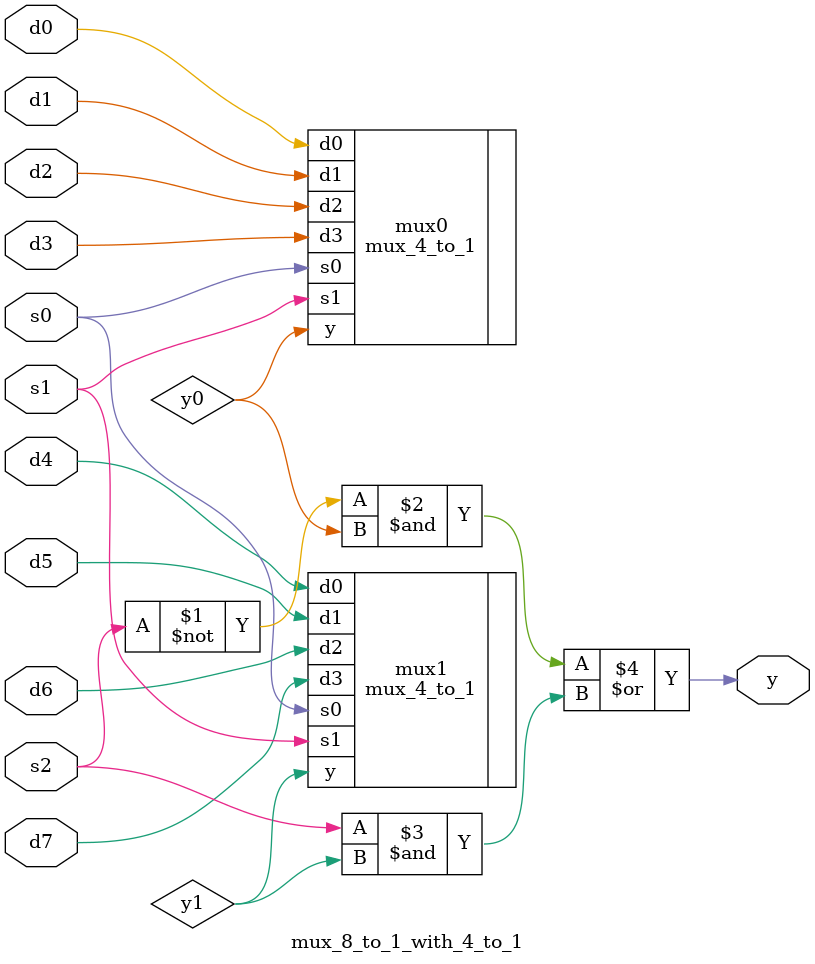
<source format=v>
module mux_8_to_1_with_4_to_1(
    input d0, d1, d2, d3, d4, d5, d6, d7,
    input s0, s1, s2,
    output y
);

    wire y0, y1;

    mux_4_to_1 mux0 (
        .d0(d0), .d1(d1), .d2(d2), .d3(d3),
        .s0(s0), .s1(s1),
        .y(y0)
    );
    
    mux_4_to_1 mux1 (
        .d0(d4), .d1(d5), .d2(d6), .d3(d7),
        .s0(s0), .s1(s1),
        .y(y1)
    );
    
    assign y = (~s2 & y0) | (s2 & y1);

endmodule 
</source>
